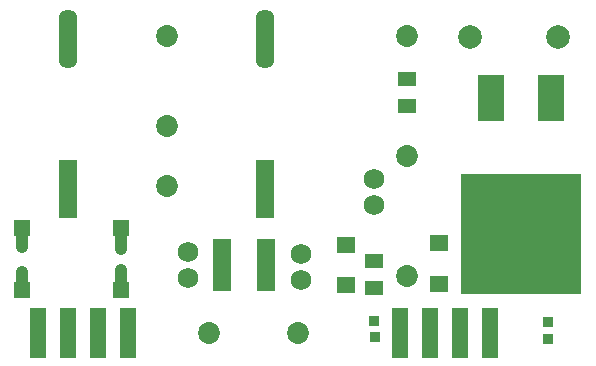
<source format=gbs>
G04*
G04 #@! TF.GenerationSoftware,Altium Limited,Altium Designer,19.0.4 (130)*
G04*
G04 Layer_Color=16711935*
%FSTAX44Y44*%
%MOMM*%
G71*
G01*
G75*
%ADD13R,1.3462X4.1910*%
%ADD14C,1.8542*%
%ADD15C,1.7272*%
%ADD16C,2.0032*%
%ADD17C,1.0000*%
%ADD32R,1.6032X1.4032*%
%ADD33R,0.9652X0.9652*%
%ADD34R,1.6002X1.2192*%
%ADD35R,1.6032X4.4032*%
%ADD36O,1.6032X5.0032*%
%ADD37R,1.6032X5.0032*%
%ADD38R,10.2032X10.2032*%
%ADD39R,2.3032X4.0032*%
%ADD40R,1.3970X1.3970*%
D13*
X-001143Y0002413D02*
D03*
X-001397D02*
D03*
X-001651D02*
D03*
X-000889D02*
D03*
X-0042037D02*
D03*
X-0044577D02*
D03*
X-0047117D02*
D03*
X-0039497D02*
D03*
D14*
X-0025146D02*
D03*
X-0032639D02*
D03*
X-0015875Y0007239D02*
D03*
Y0017399D02*
D03*
X-0036195Y0014859D02*
D03*
Y0019939D02*
D03*
X-0015875Y0027559D02*
D03*
X-0036195D02*
D03*
D15*
X-0034417Y0009228D02*
D03*
Y0007028D02*
D03*
X-0024892Y0009101D02*
D03*
Y0006901D02*
D03*
X-0018669Y0015451D02*
D03*
Y0013251D02*
D03*
D16*
X-0010608Y0027432D02*
D03*
X-0003108D02*
D03*
D17*
X-0040132Y0005969D02*
Y0007747D01*
Y0009525D02*
Y0011303D01*
X-0048514Y0006223D02*
Y00075636D01*
Y00096366D02*
Y0011176D01*
D32*
X-0013208Y0006555D02*
D03*
X-0013208Y0009955D02*
D03*
X-0021082Y0009828D02*
D03*
Y0006428D02*
D03*
D33*
X-0003937Y0001905D02*
D03*
X-00039624Y0003302D02*
D03*
X-0018669Y0003429D02*
D03*
X-00186436Y0002032D02*
D03*
D34*
X-0018669Y00061738D02*
D03*
Y00084598D02*
D03*
X-00159016Y002159D02*
D03*
Y0023876D02*
D03*
D35*
X-0031568Y0008128D02*
D03*
X-0027868D02*
D03*
D36*
X-002794Y0027305D02*
D03*
X-0044577D02*
D03*
D37*
X-002794Y0014605D02*
D03*
X-0044577D02*
D03*
D38*
X-0006223Y0010795D02*
D03*
D39*
X-0008763Y0022245D02*
D03*
X-0003683D02*
D03*
D40*
X-00484759Y00112649D02*
D03*
Y00060071D02*
D03*
X-00401701Y00112649D02*
D03*
Y00060071D02*
D03*
M02*

</source>
